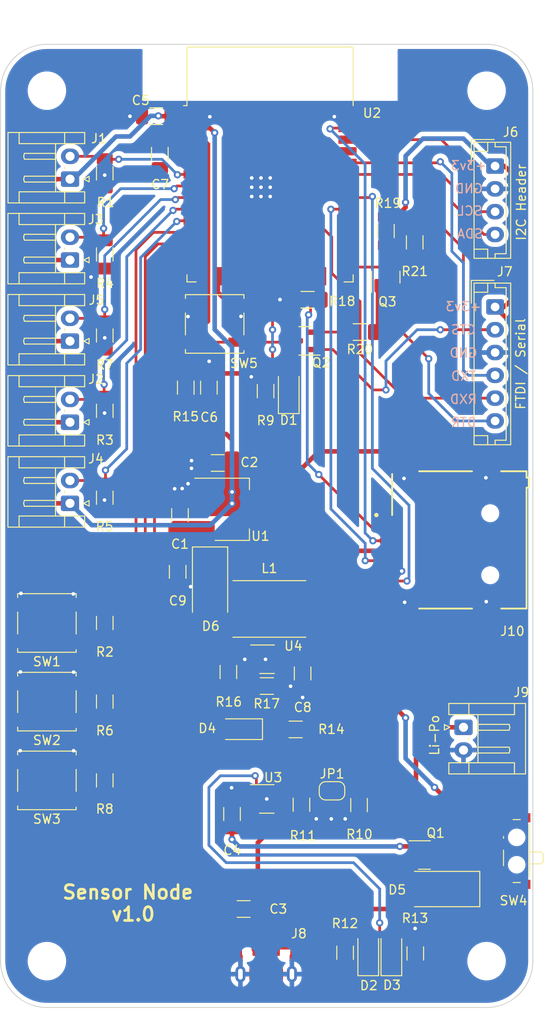
<source format=kicad_pcb>
(kicad_pcb (version 20211014) (generator pcbnew)
  (layers (0 "F.Cu" signal) (31 "B.Cu" power) (34 "B.Paste" user) (35 "F.Paste" user) (36 "B.SilkS" user "B.Silkscreen") (37 "F.SilkS" user "F.Silkscreen") (38 "B.Mask" user) (39 "F.Mask" user) (44 "Edge.Cuts" user))
  (net 0 "")
  (net 1 "VCC")
  (net 2 "+3V3")
  (net 3 "VBUS")
  (net 4 "VCCQ")
  (net 5 "EN")
  (net 6 "+5V")
  (net 7 "Net-(D1-Pad1)")
  (net 8 "LED")
  (net 9 "Net-(D2-Pad1)")
  (net 10 "STAT")
  (net 11 "Net-(D3-Pad1)")
  (net 12 "Net-(D4-Pad1)")
  (net 13 "+5VA")
  (net 14 "FS-1")
  (net 15 "FS-4")
  (net 16 "FS-2")
  (net 17 "FS-5")
  (net 18 "FS-3")
  (net 19 "SCL")
  (net 20 "SDA")
  (net 21 "CTS")
  (net 22 "TXD")
  (net 23 "RXD")
  (net 24 "DTR")
  (net 25 "Net-(JP1-Pad1)")
  (net 26 "Net-(JP1-Pad2)")
  (net 27 "Net-(Q2-Pad2)")
  (net 28 "Net-(Q3-Pad2)")
  (net 29 "IO0")
  (net 30 "SW_1")
  (net 31 "SW_2")
  (net 32 "SW_3")
  (net 33 "Net-(R16-Pad1)")
  (net 34 "Net-(R18-Pad2)")
  (net 45 "CS_SD")
  (net 50 "SCK")
  (net 51 "MISO")
  (net 53 "MOSI")
  (net 60 "/OUTPUT_buck")
  (net 61 "GND")
  (footprint "RF_Module:ESP32-WROOM-32" (layer "F.Cu") (at 105.14 55.365)
    (fp_text reference "U2")
    (fp_text value "ESP32-WROOM-32D")
  )
  (footprint "Button_Switch_SMD:SW_Push_1P1T_NO_CK_KSC7xxJ" (layer "F.Cu") (at 80.645 111.252)
    (fp_text reference "SW2")
    (fp_text value "SW_Push")
  )
  (footprint "Inductor_SMD:L_Taiyo-Yuden_NR-60xx_HandSoldering" (layer "F.Cu") (at 105.064848 101.092 180)
    (fp_text reference "L1")
    (fp_text value "4.7uH")
  )
  (footprint "Connector_JST:JST_EH_S2B-EH_1x02_P2.50mm_Horizontal" (layer "F.Cu") (at 83.1775 62.845 90)
    (fp_text reference "J3")
    (fp_text value "FS-1")
  )
  (footprint "Package_TO_SOT_SMD:SOT-23" (layer "F.Cu") (at 117.84 64.72 90)
    (fp_text reference "Q3")
    (fp_text value "Q_NMOS_DGS")
  )
  (footprint "Diode_SMD:D_2512_6332Metric_Pad1.52x3.35mm_HandSolder" (layer "F.Cu") (at 98.552 98.307115 -90)
    (fp_text reference "D6")
    (fp_text value "SS34")
  )
  (footprint "MEM2075-00-140-01-A:GCT_MEM2075-00-140-01-A" (layer "F.Cu") (at 129.308 94 90)
    (fp_text reference "J10")
    (fp_text value "Micro_SD_Card")
  )
  (footprint "Resistor_SMD:R_1206_3216Metric_Pad1.30x1.75mm_HandSolder" (layer "F.Cu") (at 113.376156 138.780251 90)
    (fp_text reference "R12")
    (fp_text value "470E")
  )
  (footprint "Resistor_SMD:R_1206_3216Metric_Pad1.30x1.75mm_HandSolder" (layer "F.Cu") (at 104.78443 109.545032 180)
    (fp_text reference "R17")
    (fp_text value "15K")
  )
  (footprint "Connector_JST:JST_EH_S2B-EH_1x02_P2.50mm_Horizontal" (layer "F.Cu") (at 83.1775 71.735 90)
    (fp_text reference "J5")
    (fp_text value "FS-1")
  )
  (footprint "Resistor_SMD:R_1206_3216Metric_Pad1.30x1.75mm_HandSolder" (layer "F.Cu") (at 121.081204 138.859758 90)
    (fp_text reference "R13")
    (fp_text value "470E")
  )
  (footprint "Diode_SMD:D_2512_6332Metric_Pad1.52x3.35mm_HandSolder" (layer "F.Cu") (at 124.149585 131.797543 180)
    (fp_text reference "D5")
    (fp_text value "SS34")
  )
  (footprint "Capacitor_SMD:C_1206_3216Metric_Pad1.33x1.80mm_HandSolder" (layer "F.Cu") (at 94.996 97.028 -90)
    (fp_text reference "C9")
    (fp_text value "22uF")
  )
  (footprint "Resistor_SMD:R_1206_3216Metric_Pad1.30x1.75mm_HandSolder" (layer "F.Cu") (at 86.995 62.23 -90)
    (fp_text reference "R4")
    (fp_text value "10K")
  )
  (footprint "Capacitor_SMD:C_1206_3216Metric_Pad1.33x1.80mm_HandSolder" (layer "F.Cu") (at 99.394007 85.09 180)
    (fp_text reference "C2")
    (fp_text value "100nF")
  )
  (footprint "Capacitor_SMD:C_1206_3216Metric_Pad1.33x1.80mm_HandSolder" (layer "F.Cu") (at 92.6482 47.076897 180)
    (fp_text reference "C5")
    (fp_text value "1uF")
  )
  (footprint "Resistor_SMD:R_1206_3216Metric_Pad1.30x1.75mm_HandSolder" (layer "F.Cu") (at 121.015 60.91 90)
    (fp_text reference "R21")
    (fp_text value "10K")
  )
  (footprint "Resistor_SMD:R_1206_3216Metric_Pad1.30x1.75mm_HandSolder" (layer "F.Cu") (at 86.995 53.34 -90)
    (fp_text reference "R1")
    (fp_text value "10K")
  )
  (footprint "Connector_JST:JST_EH_S2B-EH_1x02_P2.50mm_Horizontal" (layer "F.Cu") (at 83.185 53.975 90)
    (fp_text reference "J1")
    (fp_text value "FS-1")
  )
  (footprint "Capacitor_SMD:C_1206_3216Metric_Pad1.33x1.80mm_HandSolder" (layer "F.Cu") (at 100.965 123.571 90)
    (fp_text reference "C4")
    (fp_text value "10uF")
  )
  (footprint "MountingHole:MountingHole_3.2mm_M3" (layer "F.Cu") (at 128.905 139.7)
    (fp_text reference "H4")
    (fp_text value "MountingHole")
  )
  (footprint "Resistor_SMD:R_1206_3216Metric_Pad1.30x1.75mm_HandSolder" (layer "F.Cu") (at 86.995 79.375 -90)
    (fp_text reference "R3")
    (fp_text value "10K")
  )
  (footprint "Connector_JST:JST_EH_S2B-EH_1x02_P2.50mm_Horizontal" (layer "F.Cu") (at 83.1775 89.515 90)
    (fp_text reference "J4")
    (fp_text value "FS-1")
  )
  (footprint "Connector_JST:JST_EH_B4B-EH-A_1x04_P2.50mm_Vertical" (layer "F.Cu") (at 129.84 52.545 -90)
    (fp_text reference "J6")
    (fp_text value "Conn_01x04_Male")
  )
  (footprint "Resistor_SMD:R_1206_3216Metric_Pad1.30x1.75mm_HandSolder" (layer "F.Cu") (at 86.995 71.12 -90)
    (fp_text reference "R7")
    (fp_text value "10K")
  )
  (footprint "MountingHole:MountingHole_3.2mm_M3" (layer "F.Cu") (at 80.645 139.7)
    (fp_text reference "H3")
    (fp_text value "MountingHole")
  )
  (footprint "Package_TO_SOT_SMD:SOT-23" (layer "F.Cu") (at 108.95 71.705 180)
    (fp_text reference "Q2")
    (fp_text value "Q_NMOS_DGS")
  )
  (footprint "LED_SMD:LED_1206_3216Metric_Pad1.42x1.75mm_HandSolder" (layer "F.Cu") (at 118.456156 138.835424 90)
    (fp_text reference "D3")
    (fp_text value "GREEN LED")
  )
  (footprint "Package_TO_SOT_SMD:SOT-23" (layer "F.Cu") (at 122.082828 128.066219)
    (fp_text reference "Q1")
    (fp_text value "Q_PMOS_DGS")
  )
  (footprint "Button_Switch_SMD:SW_Push_1P1T_NO_CK_KSC7xxJ" (layer "F.Cu") (at 99.06 69.85)
    (fp_text reference "SW5")
    (fp_text value "SW_Push")
  )
  (footprint "MountingHole:MountingHole_3.2mm_M3" (layer "F.Cu") (at 80.645 44.28)
    (fp_text reference "H1")
    (fp_text value "MountingHole")
  )
  (footprint "Resistor_SMD:R_1206_3216Metric_Pad1.30x1.75mm_HandSolder" (layer "F.Cu") (at 107.95 114.3)
    (fp_text reference "R14")
    (fp_text value "10K")
  )
  (footprint "Resistor_SMD:R_1206_3216Metric_Pad1.30x1.75mm_HandSolder" (layer "F.Cu") (at 86.995 119.888 -90)
    (fp_text reference "R8")
    (fp_text value "10K")
  )
  (footprint "Button_Switch_SMD:SW_Push_1P1T_NO_CK_KSC7xxJ" (layer "F.Cu") (at 80.645 102.63)
    (fp_text reference "SW1")
    (fp_text value "SW_Push")
  )
  (footprint "Jumper:SolderJumper-2_P1.3mm_Open_RoundedPad1.0x1.5mm" (layer "F.Cu") (at 111.938856 121.029276 180)
    (fp_text reference "JP1")
    (fp_text value "SolderJumper_2_Open")
  )
  (footprint "Resistor_SMD:R_1206_3216Metric_Pad1.30x1.75mm_HandSolder" (layer "F.Cu") (at 104.648 77.216 90)
    (fp_text reference "R9")
    (fp_text value "470E")
  )
  (footprint "Capacitor_SMD:C_1206_3216Metric_Pad1.33x1.80mm_HandSolder" (layer "F.Cu") (at 102.235 133.985 180)
    (fp_text reference "C3")
    (fp_text value "10uF")
  )
  (footprint "MountingHole:MountingHole_3.2mm_M3" (layer "F.Cu") (at 128.905 44.28)
    (fp_text reference "H2")
    (fp_text value "MountingHole")
  )
  (footprint "Resistor_SMD:R_1206_3216Metric_Pad1.30x1.75mm_HandSolder" (layer "F.Cu") (at 108.585 122.555 90)
    (fp_text reference "R11")
    (fp_text value "10K")
  )
  (footprint "Button_Switch_SMD:SW_Push_1P1T_NO_CK_KSC7xxJ" (layer "F.Cu") (at 80.645 119.888)
    (fp_text reference "SW3")
    (fp_text value "SW_Push")
  )
  (footprint "Package_TO_SOT_SMD:SOT-23-6" (layer "F.Cu") (at 104.812869 106.607189)
    (fp_text reference "U4")
    (fp_text value "MT3608")
  )
  (footprint "Capacitor_SMD:C_1206_3216Metric_Pad1.33x1.80mm_HandSolder" (layer "F.Cu") (at 93.040149 51.206259 -90)
    (fp_text reference "C7")
    (fp_text value "100nF")
  )
  (footprint "Package_TO_SOT_SMD:SOT-23-5" (layer "F.Cu") (at 104.775 121.92)
    (fp_text reference "U3")
    (fp_text value "MCP73831-2-OT")
  )
  (footprint "Button_Switch_SMD:SW_SPDT_PCM12" (layer "F.Cu") (at 131.883829 127.635 90)
    (fp_text reference "SW4")
    (fp_text value "SW_DPDT_x2")
  )
  (footprint "Resistor_SMD:R_1206_3216Metric_Pad1.30x1.75mm_HandSolder" (layer "F.Cu") (at 117.852898 59.671105 90)
    (fp_text reference "R19")
    (fp_text value "5k")
  )
  (footprint "Resistor_SMD:R_1206_3216Metric_Pad1.30x1.75mm_HandSolder" (layer "F.Cu") (at 114.906211 122.59335 90)
    (fp_text reference "R10")
    (fp_text value "2.5K")
  )
  (footprint "Connector_JST:JST_EH_B6B-EH-A_1x06_P2.50mm_Vertical" (layer "F.Cu") (at 129.84 67.985 -90)
    (fp_text reference "J7")
    (fp_text value "Conn_01x06_Male")
  )
  (footprint "MicroUSB:MUP-U513 - 5 Pin Micro USB Female Connector" (layer "F.Cu") (at 104.711436 141.124761)
    (fp_text reference "J8")
    (fp_text value "USB_B_Micro")
  )
  (footprint "Resistor_SMD:R_1206_3216Metric_Pad1.30x1.75mm_HandSolder" (layer "F.Cu") (at 95.885 76.835 -90)
    (fp_text reference "R15")
    (fp_text value "10K")
  )
  (footprint "Resistor_SMD:R_1206_3216Metric_Pad1.30x1.75mm_HandSolder" (layer "F.Cu") (at 114.98594 70.741007)
    (fp_text reference "R20")
    (fp_text value "10K")
  )
  (footprint "Connector_JST:JST_EH_S2B-EH_1x02_P2.50mm_Horizontal" (layer "F.Cu") (at 83.1775 80.625 90)
    (fp_text reference "J2")
    (fp_text value "FS-1")
  )
  (footprint "Resistor_SMD:R_1206_3216Metric_Pad1.30x1.75mm_HandSolder" (layer "F.Cu") (at 86.995 102.63 -90)
    (fp_text reference "R2")
    (fp_text value "10K")
  )
  (footprint "LED_SMD:LED_1206_3216Metric_Pad1.42x1.75mm_HandSolder" (layer "F.Cu") (at 101.847757 114.272592 180)
    (fp_text reference "D4")
    (fp_text value "RED LED")
  )
  (footprint "Connector_JST:JST_EH_S2B-EH_1x02_P2.50mm_Horizontal" (layer "F.Cu") (at 126.3725 114.066 -90)
    (fp_text reference "J9")
    (fp_text value "Conn_01x02_Male")
  )
  (footprint "Resistor_SMD:R_1206_3216Metric_Pad1.30x1.75mm_HandSolder" (layer "F.Cu") (at 100.563943 108.006537 90)
    (fp_text reference "R16")
    (fp_text value "110K")
  )
  (footprint "Capacitor_SMD:C_1206_3216Metric_Pad1.33x1.80mm_HandSolder" (layer "F.Cu") (at 108.712 108.163473 -90)
    (fp_text reference "C8")
    (fp_text value "22uF")
  )
  (footprint "Package_TO_SOT_SMD:SOT-223-3_TabPin2" (layer "F.Cu") (at 100.965 90.17)
    (fp_text reference "U1")
    (fp_text value "AMS1117")
  )
  (footprint "Resistor_SMD:R_1206_3216Metric_Pad1.30x1.75mm_HandSolder" (layer "F.Cu") (at 86.995 111.252 -90)
    (fp_text reference "R6")
    (fp_text value "10K")
  )
  (footprint "LED_SMD:LED_1206_3216Metric_Pad1.42x1.75mm_HandSolder" (layer "F.Cu") (at 115.916156 138.835424 90)
    (fp_text reference "D2")
    (fp_text value "RED LED")
  )
  (footprint "Resistor_SMD:R_1206_3216Metric_Pad1.30x1.75mm_HandSolder" (layer "F.Cu") (at 109.25599 67.200319)
    (fp_text reference "R18")
    (fp_text value "5k")
  )
  (footprint "Capacitor_SMD:C_1206_3216Metric_Pad1.33x1.80mm_HandSolder" (layer "F.Cu") (at 95.25 90.805 90)
    (fp_text reference "C1")
    (fp_text value "1uF")
  )
  (footprint "LED_SMD:LED_1206_3216Metric_Pad1.42x1.75mm_HandSolder" (layer "F.Cu") (at 107.188 77.216 90)
    (fp_text reference "D1")
    (fp_text value "LED")
  )
  (footprint "Resistor_SMD:R_1206_3216Metric_Pad1.30x1.75mm_HandSolder" (layer "F.Cu") (at 86.995 88.9 -90)
    (fp_text reference "R5")
    (fp_text value "10K")
  )
  (footprint "Capacitor_SMD:C_1206_3216Metric_Pad1.33x1.80mm_HandSolder" (layer "F.Cu") (at 98.425 76.835 -90)
    (fp_text reference "C6")
    (fp_text value "1nF")
  )
  (gr_line (start 128.905 144.78) (end 80.645 144.78) (layer "Edge.Cuts") (width 0.1))
  (gr_arc (start 128.905 39.2) (mid 132.497102 40.687898) (end 133.985 44.28) (layer "Edge.Cuts") (width 0.1))
  (gr_line (start 128.905 39.2) (end 80.645 39.2) (layer "Edge.Cuts") (width 0.1))
  (gr_arc (start 75.565 44.28) (mid 77.052898 40.687898) (end 80.645 39.2) (layer "Edge.Cuts") (width 0.1))
  (gr_line (start 133.985 44.28) (end 133.985 139.7) (layer "Edge.Cuts") (width 0.1))
  (gr_arc (start 80.645 144.78) (mid 77.052898 143.292102) (end 75.565 139.7) (layer "Edge.Cuts") (width 0.1))
  (gr_line (start 75.565 44.28) (end 75.565 139.7) (layer "Edge.Cuts") (width 0.1))
  (gr_arc (start 133.985 139.7) (mid 132.497102 143.292102) (end 128.905 144.78) (layer "Edge.Cuts") (width 0.1))
  (gr_text "CTS" (at 126.365 70.485) (layer "B.SilkS") (effects (font (size 1 1)) (justify mirror)))
  (gr_text "TXD" (at 126.365 75.565) (layer "B.SilkS") (effects (font (size 1 1)) (justify mirror)))
  (gr_text "GND" (at 126.970547 55.012926) (layer "B.SilkS") (effects (font (size 1 1)) (justify mirror)))
  (gr_text "GND" (at 126.365 73.025) (layer "B.SilkS") (effects (font (size 1 1)) (justify mirror)))
  (gr_text "SDA" (at 127.082085 59.97157) (layer "B.SilkS") (effects (font (size 1 1)) (justify mirror)))
  (gr_text "+3v3" (at 126.365 67.945) (layer "B.SilkS") (effects (font (size 1 1)) (justify mirror)))
  (gr_text "RXD" (at 126.365 78.105) (layer "B.SilkS") (effects (font (size 1 1)) (justify mirror)))
  (gr_text "+3v3" (at 126.941095 52.484106) (layer "B.SilkS") (effects (font (size 1 1)) (justify mirror)))
  (gr_text "DTR" (at 126.365 80.645) (layer "B.SilkS") (effects (font (size 1 1)) (justify mirror)))
  (gr_text "SCL" (at 127.052633 57.458297) (layer "B.SilkS") (effects (font (size 1 1)) (justify mirror)))
  (gr_text "Sensor Node\n v1.0" (at 89.535 133.35) (layer "F.SilkS") (effects (font (size 1.5 1.5) (thickness 0.3))))
  (gr_text "Li-Po" (at 123.19 114.935 90) (layer "F.SilkS") (effects (font (size 1 1))))
  (gr_text "I2C Header" (at 132.715 56.515 90) (layer "F.SilkS") (effects (font (size 1 1))))
  (gr_text "FTDI / Serial" (at 132.643277 74.235 90) (layer "F.SilkS") (effects (font (size 1 1))))
  (segment (start 94.996 95.4655) (end 93.596 96.8655) (width 0.5) (layer "F.Cu") (net 1))
  (segment (start 98.013463 106.456537) (end 98.013463 113.253463) (width 0.5) (layer "F.Cu") (net 1))
  (segment (start 93.596 103.121) (end 96.931537 106.456537) (width 0.5) (layer "F.Cu") (net 1))
  (segment (start 98.013463 106.456537) (end 100.563943 106.456537) (width 0.5) (layer "F.Cu") (net 1))
  (segment (start 98.013463 113.253463) (end 99.06 114.3) (width 0.5) (layer "F.Cu") (net 1))
  (segment (start 93.596 96.8655) (end 93.596 103.121) (width 0.5) (layer "F.Cu") (net 1))
  (segment (start 99.06 114.3) (end 100.332849 114.3) (width 0.5) (layer "F.Cu") (net 1))
  (segment (start 100.332849 114.3) (end 100.360257 114.272592) (width 0.5) (layer "F.Cu") (net 1))
  (segment (start 96.931537 106.456537) (end 98.013463 106.456537) (width 0.5) (layer "F.Cu") (net 1))
  (segment (start 80.772 54.864) (end 80.772 62.484) (width 0.5) (layer "F.Cu") (net 2))
  (segment (start 132.08 66.747129) (end 130.842129 67.985) (width 0.5) (layer "F.Cu") (net 2))
  (segment (start 80.879 71.735) (end 80.772 71.628) (width 0.5) (layer "F.Cu") (net 2))
  (segment (start 130.81 83.82) (end 110.49 83.82) (width 0.5) (layer "F.Cu") (net 2))
  (segment (start 120.015 56.515) (end 120.015 57.07814) (width 0.5) (layer "F.Cu") (net 2))
  (segment (start 80.772 80.264) (end 80.772 88.9) (width 0.5) (layer "F.Cu") (net 2))
  (segment (start 85.459 102.616) (end 80.772 102.616) (width 0.5) (layer "F.Cu") (net 2))
  (segment (start 113.77 94.72) (end 109.22 90.17) (width 0.5) (layer "F.Cu") (net 2))
  (segment (start 86.995 101.08) (end 85.459 102.616) (width 0.5) (layer "F.Cu") (net 2))
  (segment (start 95.513803 48.38) (end 94.2107 47.076897) (width 0.5) (layer "F.Cu") (net 2))
  (segment (start 132.715 70.86) (end 132.715 81.915) (width 0.5) (layer "F.Cu") (net 2))
  (segment (start 132.08 53.747701) (end 132.08 66.747129) (width 0.5) (layer "F.Cu") (net 2))
  (segment (start 81.788 119.888) (end 85.445 119.888) (width 0.5) (layer "F.Cu") (net 2))
  (segment (start 94.2107 47.076897) (end 92.91239 47.076897) (width 0.5) (layer "F.Cu") (net 2))
  (segment (start 80.772 88.9) (end 81.387 89.515) (width 0.5) (layer "F.Cu") (net 2))
  (segment (start 80.772 110.744) (end 80.772 118.872) (width 0.5) (layer "F.Cu") (net 2))
  (segment (start 107.315 90.17) (end 104.115 90.17) (width 0.5) (layer "F.Cu") (net 2))
  (segment (start 110.49 83.82) (end 107.315 86.995) (width 0.5) (layer "F.Cu") (net 2))
  (segment (start 80.772 102.616) (end 80.772 110.744) (width 0.5) (layer "F.Cu") (net 2))
  (segment (start 117.888 94.72) (end 113.77 94.72) (width 0.5) (layer "F.Cu") (net 2))
  (segment (start 86.995 109.702) (end 85.953 110.744) (width 0.5) (layer "F.Cu") (net 2))
  (segment (start 80.772 62.484) (end 80.772 71.628) (width 0.5) (layer "F.Cu") (net 2))
  (segment (start 96.64 48.38) (end 98.545 48.38) (width 0.5) (layer "F.Cu") (net 2))
  (segment (start 95.885 80.01) (end 97.79 81.915) (width 0.5) (layer "F.Cu") (net 2))
  (segment (start 100.33 81.915) (end 100.965 82.55) (width 0.5) (layer "F.Cu") (net 2))
  (segment (start 107.315 86.995) (end 107.315 90.17) (width 0.5) (layer "F.Cu") (net 2))
  (segment (start 81.661 53.975) (end 80.772 54.864) (width 0.5) (layer "F.Cu") (net 2))
  (segment (start 100.956507 82.558493) (end 100.965 82.55) (width 0.5) (layer "F.Cu") (net 2))
  (segment (start 109.22 90.17) (end 107.315 90.17) (width 0.5) (layer "F.Cu") (net 2))
  (segment (start 83.185 53.975) (end 81.661 53.975) (width 0.5) (layer "F.Cu") (net 2))
  (segment (start 83.1775 71.735) (end 80.879 71.735) (width 0.5) (layer "F.Cu") (net 2))
  (segment (start 98.545 48.38) (end 99.06 48.895) (width 0.5) (layer "F.Cu") (net 2))
  (segment (start 80.772 88.9) (end 80.772 102.616) (width 0.5) (layer "F.Cu") (net 2))
  (segment (start 100.956507 85.09) (end 100.956507 82.558493) (width 0.5) (layer "F.Cu") (net 2))
  (segment (start 80.772 118.872) (end 81.788 119.888) (width 0.5) (layer "F.Cu") (net 2))
  (segment (start 81.133 62.845) (end 80.772 62.484) (width 0.5) (layer "F.Cu") (net 2))
  (segment (start 96.64 48.38) (end 95.513803 48.38) (width 0.5) (layer "F.Cu") (net 2))
  (segment (start 95.885 78.385) (end 95.885 80.01) (width 0.5) (layer "F.Cu") (net 2))
  (segment (start 81.133 80.625) (end 80.772 80.264) (width 0.5) (layer "F.Cu") (net 2))
  (segment (start 118.972035 58.121105) (end 117.852898 58.121105) (width 0.5) (layer "F.Cu") (net 2))
  (segment (start 130.842129 67.985) (end 129.84 67.985) (width 0.5) (layer "F.Cu") (net 2))
  (segment (start 132.715 81.915) (end 130.81 83.82) (width 0.5) (layer "F.Cu") (net 2))
  (segment (start 83.1775 62.845) (end 81.133 62.845) (width 0.5) (layer "F.Cu") (net 2))
  (segment (start 130.877299 52.545) (end 132.08 53.747701) (width 0.5) (layer "F.Cu") (net 2))
  (segment (start 120.015 57.07814) (end 118.972035 58.121105) (width 0.5) (layer "F.Cu") (net 2))
  (segment (start 129.84 52.545) (end 130.877299 52.545) (width 0.5) (layer "F.Cu") (net 2))
  (segment (start 85.445 119.888) (end 86.995 118.338) (width 0.5) (layer "F.Cu") (net 2))
  (segment (start 129.84 67.985) (end 132.715 70.86) (width 0.5) (layer "F.Cu") (net 2))
  (segment (start 81.387 89.515) (end 83.1775 89.515) (width 0.5) (layer "F.Cu") (net 2))
  (segment (start 80.772 71.628) (end 80.772 80.264) (width 0.5) (layer "F.Cu") (net 2))
  (segment (start 97.79 81.915) (end 100.33 81.915) (width 0.5) (layer "F.Cu") (net 2))
  (segment (start 92.91239 47.076897) (end 92.87499 47.039497) (width 0.5) (layer "F.Cu") (net 2))
  (segment (start 83.1775 80.625) (end 81.133 80.625) (width 0.5) (layer "F.Cu") (net 2))
  (segment (start 85.953 110.744) (end 80.772 110.744) (width 0.5) (layer "F.Cu") (net 2))
  (via (at 120.015 56.515) (size 0.8) (drill 0.4) (layers "F.Cu" "B.Cu") (net 2))
  (via (at 100.965 89.535) (size 0.8) (drill 0.4) (layers "F.Cu" "B.Cu") (net 2))
  (via (at 100.965 88.265) (size 0.8) (drill 0.4) (layers "F.Cu" "B.Cu") (net 2))
  (via (at 99.06 48.895) (size 0.8) (drill 0.4) (layers "F.Cu" "B.Cu") (net 2))
  (via (at 92.87499 47.039497) (size 0.8) (drill 0.4) (layers "F.Cu" "B.Cu") (net 2))
  (segment (start 99.06 48.895) (end 99.06 70.4668) (width 0.5) (layer "B.Cu") (net 2))
  (segment (start 100.965 72.3718) (end 100.965 88.265) (width 0.5) (layer "B.Cu") (net 2))
  (segment (start 121.92 49.53) (end 120.015 51.435) (width 0.5) (layer "B.Cu") (net 2))
  (segment (start 129.84 52.545) (end 129.38 52.545) (width 0.5) (layer "B.Cu") (net 2))
  (segment (start 83.563247 53.975) (end 83.185 53.975) (width 0.5) (layer "B.Cu") (net 2))
  (segment (start 120.015 51.435) (end 120.015 56.515) (width 0.5) (layer "B.Cu") (net 2))
  (segment (start 92.025503 47.039497) (end 89.766938 49.298062) (width 0.5) (layer "B.Cu") (net 2))
  (segment (start 92.87499 47.039497) (end 92.025503 47.039497) (width 0.5) (layer "B.Cu") (net 2))
  (segment (start 98.590263 91.909737) (end 85.572237 91.909737) (width 0.5) (layer "B.Cu") (net 2))
  (segment (start 100.965 89.535) (end 100.965 88.265) (width 0.5) (layer "B.Cu") (net 2))
  (segment (start 126.365 49.53) (end 121.92 49.53) (width 0.5) (layer "B.Cu") (net 2))
  (segment (start 85.572237 91.909737) (end 83.1775 89.515) (width 0.5) (layer "B.Cu") (net 2))
  (segment (start 89.766938 49.298062) (end 88.240185 49.298062) (width 0.5) (layer "B.Cu") (net 2))
  (segment (start 129.38 52.545) (end 126.365 49.53) (width 0.5) (layer "B.Cu") (net 2))
  (segment (start 88.240185 49.298062) (end 83.563247 53.975) (width 0.5) (layer "B.Cu") (net 2))
  (segment (start 100.965 89.535) (end 98.590263 91.909737) (width 0.5) (layer "B.Cu") (net 2))
  (segment (start 99.06 70.4668) (end 100.965 72.3718) (width 0.5) (layer "B.Cu") (net 2))
  (segment (start 110.49 133.985) (end 103.7975 133.985) (width 0.5) (layer "F.Cu") (net 3))
  (segment (start 103.7975 126.7075) (end 106.045 124.46) (width 0.5) (layer "F.Cu") (net 3))
  (segment (start 121.154463 131.789921) (end 121.162085 131.797543) (width 0.5) (layer "F.Cu") (net 3))
  (segment (start 113.376156 135.601156) (end 111.76 133.985) (width 0.5) (layer "F.Cu") (net 3))
  (segment (start 121.154463 129.204728) (end 121.154463 131.789921) (width 0.5) (layer "F.Cu") (net 3))
  (segment (start 113.376156 137.230251) (end 113.376156 135.601156) (width 0.5) (layer "F.Cu") (net 3))
  (segment (start 110.49 133.985) (end 118.974628 133.985) (width 0.5) (layer "F.Cu") (net 3))
  (segment (start 111.76 133.985) (end 110.49 133.985) (width 0.5) (layer "F.Cu") (net 3))
  (segment (start 103.7975 136.2325) (end 103.361436 136.668564) (width 0.5) (layer "F.Cu") (net 3))
  (segment (start 118.974628 133.985) (end 121.162085 131.797543) (width 0.5) (layer "F.Cu") (net 3))
  (segment (start 103.7975 133.985) (end 103.7975 136.2325) (width 0.5) (layer "F.Cu") (net 3))
  (segment (start 106.045 124.46) (end 106.045 123.0025) (width 0.5) (layer "F.Cu") (net 3))
  (segment (start 103.361436 136.668564) (end 103.361436 138.449761) (width 0.5) (layer "F.Cu") (net 3))
  (segment (start 106.045 123.0025) (end 105.9125 122.87) (width 0.5) (layer "F.Cu") (net 3))
  (segment (start 103.7975 133.985) (end 103.7975 126.7075) (width 0.5) (layer "F.Cu") (net 3))
  (segment (start 103.6375 122.87) (end 103.6375 124.3275) (width 0.5) (layer "F.Cu") (net 4))
  (segment (start 121.137805 127.123742) (end 121.154463 127.107084) (width 0.5) (layer "F.Cu") (net 4))
  (segment (start 121.154463 116.335537) (end 123.424 114.066) (width 0.5) (layer "F.Cu") (net 4))
  (segment (start 100.965 125.1335) (end 100.965 126.365) (width 0.5) (layer "F.Cu") (net 4))
  (segment (start 123.424 114.066) (end 126.3725 114.066) (width 0.5) (layer "F.Cu") (net 4))
  (segment (start 121.154463 127.107084) (end 121.154463 116.335537) (width 0.5) (layer "F.Cu") (net 4))
  (segment (start 103.6375 124.3275) (end 102.8315 125.1335) (width 0.5) (layer "F.Cu") (net 4))
  (segment (start 119.383022 127.123742) (end 121.137805 127.123742) (width 0.5) (layer "F.Cu") (net 4))
  (segment (start 102.8315 125.1335) (end 100.965 125.1335) (width 0.5) (layer "F.Cu") (net 4))
  (via (at 119.383022 127.123742) (size 0.8) (drill 0.4) (layers "F.Cu" "B.Cu") (net 4))
  (via (at 100.965 126.365) (size 0.8) (drill 0.4) (layers "F.Cu" "B.Cu") (net 4))
  (segment (start 101.726945 127.126945) (end 100.965 126.365) (width 0.5) (layer "B.Cu") (net 4))
  (segment (start 119.383022 127.123742) (end 119.379819 127.126945) (width 0.5) (layer "B.Cu") (net 4))
  (segment (start 119.379819 127.126945) (end 101.726945 127.126945) (width 0.5) (layer "B.Cu") (net 4))
  (segment (start 97.94 49.65) (end 98.425 50.135) (width 0.3) (layer "F.Cu") (net 5))
  (segment (start 96.64 49.65) (end 93.04639 49.65) (width 0.3) (layer "F.Cu") (net 5))
  (segment (start 101.96 71.85) (end 96.16 71.85) (width 0.3) (layer "F.Cu") (net 5))
  (segment (start 95.885 75.8575) (end 98.425 78.3975) (width 0.3) (layer "F.Cu") (net 5))
  (segment (start 98.425 50.135) (end 98.425 69.585) (width 0.3) (layer "F.Cu") (net 5))
  (segment (start 107.8675 71.85) (end 101.96 71.85) (width 0.3) (layer "F.Cu") (net 5))
  (segment (start 108.0125 71.705) (end 107.8675 71.85) (width 0.3) (layer "F.Cu") (net 5))
  (segment (start 93.04639 49.65) (end 93.040149 49.643759) (width 0.3) (layer "F.Cu") (net 5))
  (segment (start 96.16 75.01) (end 95.885 75.285) (width 0.3) (layer "F.Cu") (net 5))
  (segment (start 96.16 71.85) (end 96.16 75.01) (width 0.3) (layer "F.Cu") (net 5))
  (segment (start 95.885 75.285) (end 95.885 75.8575) (width 0.3) (layer "F.Cu") (net 5))
  (segment (start 98.425 69.585) (end 96.16 71.85) (width 0.3) (layer "F.Cu") (net 5))
  (segment (start 96.64 49.65) (end 97.94 49.65) (width 0.3) (layer "F.Cu") (net 5))
  (segment (start 105.950369 107.557189) (end 105.950369 106.607189) (width 0.5) (layer "F.Cu") (net 6))
  (segment (start 130.453829 126.885) (end 129.425 126.885) (width 0.5) (layer "F.Cu") (net 6))
  (segment (start 105.950369 106.607189) (end 108.705784 106.607189) (width 0.5) (layer "F.Cu") (net 6))
  (segment (start 129.425 126.885) (end 123.19 120.65) (width 0.5) (layer "F.Cu") (net 6))
  (segment (start 108.705784 106.607189) (end 108.712 106.600973) (width 0.5) (layer "F.Cu") (net 6))
  (segment (start 113.585973 106.600973) (end 108.712 106.600973) (width 0.5) (layer "F.Cu") (net 6))
  (segment (start 120.015 113.03) (end 113.585973 106.600973) (width 0.5) (layer "F.Cu") (net 6))
  (via (at 120.015 113.03) (size 0.8) (drill 0.4) (layers "F.Cu" "B.Cu") (net 6))
  (via (at 123.19 120.65) (size 0.8) (drill 0.4) (layers "F.Cu" "B.Cu") (net 6))
  (segment (start 120.015 117.475) (end 120.015 113.03) (width 0.5) (layer "B.Cu") (net 6))
  (segment (start 123.19 120.65) (end 120.015 117.475) (width 0.5) (layer "B.Cu") (net 6))
  (segment (start 104.7105 78.7035) (end 104.648 78.766) (width 0.3) (layer "F.Cu") (net 7))
  (segment (start 107.188 78.7035) (end 104.7105 78.7035) (width 0.3) (layer "F.Cu") (net 7))
  (segment (start 101.6 66.675) (end 103.505 66.675) (width 0.3) (layer "F.Cu") (net 8))
  (segment (start 100.695 64.62) (end 100.695 65.77) (width 0.3) (layer "F.Cu") (net 8))
  (segment (start 103.505 66.675) (end 105.41 68.58) (width 0.3) (layer "F.Cu") (net 8))
  (segment (start 105.41 73.66) (end 107.188 75.438) (width 0.3) (layer "F.Cu") (net 8))
  (segment (start 105.41 68.58) (end 105.41 70.485) (width 0.3) (layer "F.Cu") (net 8))
  (segment (start 107.188 75.438) (end 107.188 75.7285) (width 0.3) (layer "F.Cu") (net 8))
  (segment (start 105.41 72.6495) (end 105.41 73.66) (width 0.3) (layer "F.Cu") (net 8))
  (segment (start 100.695 65.77) (end 101.6 66.675) (width 0.3) (layer "F.Cu") (net 8))
  (via (at 105.41 72.6495) (size 0.8) (drill 0.4) (layers "F.Cu" "B.Cu") (net 8))
  (via (at 105.41 70.485) (size 0.8) (drill 0.4) (layers "F.Cu" "B.Cu") (net 8))
  (segment (start 105.41 70.485) (end 105.41 72.6495) (width 0.3) (layer "B.Cu") (net 8))
  (segment (start 115.908829 140.330251) (end 115.916156 140.322924) (width 0.3) (layer "F.Cu") (net 9))
  (segment (start 113.376156 140.330251) (end 115.908829 140.330251) (width 0.3) (layer "F.Cu") (net 9))
  (segment (start 118.456156 137.347924) (end 117.027924 137.347924) (width 0.3) (layer "F.Cu") (net 10))
  (segment (start 103.6375 120.97) (end 103.6375 119.5125) (width 0.3) (layer "F.Cu") (net 10))
  (segment (start 117.027924 137.347924) (end 115.916156 137.347924) (width 0.3) (layer "F.Cu") (net 10))
  (segment (start 117.172155 135.498661) (end 117.172155 137.203693) (width 0.3) (layer "F.Cu") (net 10))
  (segment (start 103.6375 119.5125) (end 103.505 119.38) (width 0.3) (layer "F.Cu") (net 10))
  (segment (start 117.172155 137.203693) (end 117.027924 137.347924) (width 0.3) (layer "F.Cu") (net 10))
  (via (at 117.172155 135.498661) (size 0.8) (drill 0.4) (layers "F.Cu" "B.Cu") (net 10))
  (via (at 103.505 119.38) (size 0.8) (drill 0.4) (layers "F.Cu" "B.Cu") (net 10))
  (segment (start 99.695 119.38) (end 98.425 120.65) (width 0.3) (layer "B.Cu") (net 10))
  (segment (start 98.425 120.65) (end 98.425 127) (width 0.3) (layer "B.Cu") (net 10))
  (segment (start 98.425 127) (end 99.06 127.635) (width 0.3) (layer "B.Cu") (net 10))
  (segment (start 103.505 119.38) (end 99.695 119.38) (width 0.3) (layer "B.Cu") (net 10))
  (segment (start 100.33 128.905) (end 114.3 128.905) (width 0.3) (layer "B.Cu") (net 10))
  (segment (start 99.06 127.635) (end 100.33 128.905) (width 0.3) (layer "B.Cu") (net 10))
  (segment (start 114.3 128.905) (end 117.172155 131.777155) (width 0.3) (layer "B.Cu") (net 10))
  (segment (start 117.172155 131.777155) (end 117.172155 135.498661) (width 0.3) (layer "B.Cu") (net 10))
  (segment (start 120.99437 140.322924) (end 121.081204 140.409758) (width 0.3) (layer "F.Cu") (net 11))
  (segment (start 118.456156 140.322924) (end 120.99437 140.322924) (width 0.3) (layer "F.Cu") (net 11))
  (segment (start 103.335257 114.272592) (end 106.372592 114.272592) (width 0.5) (layer "F.Cu") (net 12))
  (segment (start 106.372592 114.272592) (end 106.4 114.3) (width 0.5) (layer "F.Cu") (net 12))
  (segment (start 127.137085 129.677085) (end 127.137085 131.797543) (width 0.5) (layer "F.Cu") (net 13))
  (segment (start 123.020328 128.066219) (end 125.526219 128.066219) (width 0.5) (layer "F.Cu") (net 13))
  (segment (start 130.453829 129.885) (end 129.049628 129.885) (width 0.5) (layer "F.Cu") (net 13))
  (segment (start 129.049628 129.885) (end 127.137085 131.797543) (width 0.5) (layer "F.Cu") (net 13))
  (segment (start 125.526219 128.066219) (end 127.137085 129.677085) (width 0.5) (layer "F.Cu") (net 13))
  (segment (start 87.006562 51.801562) (end 86.995 51.79) (width 0.3) (layer "F.Cu") (net 14))
  (segment (start 86.68 51.475) (end 86.995 51.79) (width 0.3) (layer "F.Cu") (net 14))
  (segment (start 88.52482 51.801562) (end 87.006562 51.801562) (width 0.3) (layer "F.Cu") (net 14))
  (segment (start 95.005933 53.46) (end 94.970013 53.49592) (width 0.3) (layer "F.Cu") (net 14))
  (segment (start 96.64 53.46) (end 95.005933 53.46) (width 0.3) (layer "F.Cu") (net 14))
  (segment (start 83.185 51.475) (end 86.68 51.475) (width 0.3) (layer "F.Cu") (net 14))
  (via (at 94.970013 53.49592) (size 0.8) (drill 0.4) (layers "F.Cu" "B.Cu") (net 14))
  (via (at 88.52482 51.801562) (size 0.8) (drill 0.4) (layers "F.Cu" "B.Cu") (net 14))
  (segment (start 93.275655 51.801562) (end 88.52482 51.801562) (width 0.3) (layer "B.Cu") (net 14))
  (segment (start 94.970013 53.49592) (end 93.275655 51.801562) (width 0.3) (layer "B.Cu") (net 14))
  (segment (start 86.695 78.125) (end 86.995 77.825) (width 0.3) (layer "F.Cu") (net 15))
  (segment (start 86.92647 77.75647) (end 86.995 77.825) (width 0.3) (layer "F.Cu") (net 15))
  (segment (start 94.488 57.404) (end 94.622 57.27) (width 0.3) (layer "F.Cu") (net 15))
  (segment (start 94.622 57.27) (end 96.64 57.27) (width 0.3) (layer "F.Cu") (net 15))
  (segment (start 86.92647 76.483135) (end 86.92647 77.75647) (width 0.3) (layer "F.Cu") (net 15))
  (segment (start 83.1775 78.125) (end 86.695 78.125) (width 0.3) (layer "F.Cu") (net 15))
  (via (at 86.92647 76.483135) (size 0.8) (drill 0.4) (layers "F.Cu" "B.Cu") (net 15))
  (via (at 94.488 57.404) (size 0.8) (drill 0.4) (layers "F.Cu" "B.Cu") (net 15))
  (segment (start 94.488 57.404) (end 89.408 62.484) (width 0.3) (layer "B.Cu") (net 15))
  (segment (start 89.408 62.484) (end 89.408 71.628) (width 0.3) (layer "B.Cu") (net 15))
  (segment (start 89.408 71.628) (end 86.868 74.168) (width 0.3) (layer "B.Cu") (net 15))
  (segment (start 86.868 74.168) (end 86.868 76.424665) (width 0.3) (layer "B.Cu") (net 15))
  (segment (start 86.868 76.424665) (end 86.92647 76.483135) (width 0.3) (layer "B.Cu") (net 15))
  (segment (start 83.1775 60.345) (end 86.66 60.345) (width 0.3) (layer "F.Cu") (net 16))
  (segment (start 86.869259 60.554259) (end 86.995 60.68) (width 0.3) (layer "F.Cu") (net 16))
  (segment (start 86.66 60.345) (end 86.995 60.68) (width 0.3) (layer "F.Cu") (net 16))
  (segment (start 94.905388 54.73) (end 94.613038 55.02235) (width 0.3) (layer "F.Cu") (net 16))
  (segment (start 86.869259 59.380955) (end 86.869259 60.554259) (width 0.3) (layer "F.Cu") (net 16))
  (segment (start 96.64 54.73) (end 94.905388 54.73) (width 0.3) (layer "F.Cu") (net 16))
  (via (at 94.613038 55.02235) (size 0.8) (drill 0.4) (layers "F.Cu" "B.Cu") (net 16))
  (via (at 86.869259 59.380955) (size 0.8) (drill 0.4) (layers "F.Cu" "B.Cu") (net 16))
  (segment (start 86.868 59.379696) (end 86.869259 59.380955) (width 0.3) (layer "B.Cu") (net 16))
  (segment (start 94.613038 55.02235) (end 88.74165 55.02235) (width 0.3) (layer "B.Cu") (net 16))
  (segment (start 86.868 56.896) (end 86.868 59.379696) (width 0.3) (layer "B.Cu") (net 16))
  (segment (start 88.74165 55.02235) (end 86.868 56.896) (width 0.3) (layer "B.Cu") (net 16))
  (segment (start 96.64 58.54) (end 94.973603 58.54) (width 0.3) (layer "F.Cu") (net 17))
  (segment (start 86.66 87.015) (end 86.995 87.35) (width 0.3) (layer "F.Cu") (net 17))
  (segment (start 87.075164 87.269836) (end 86.995 87.35) (width 0.3) (layer "F.Cu") (net 17))
  (segment (start 94.973603 58.54) (end 94.895643 58.61796) (width 0.3) (layer "F.Cu") (net 17))
  (segment (start 87.075164 85.883754) (end 87.075164 87.269836) (width 0.3) (layer "F.Cu") (net 17))
  (segment (start 83.1775 87.015) (end 86.66 87.015) (width 0.3) (layer "F.Cu") (net 17))
  (via (at 94.895643 58.61796) (size 0.8) (drill 0.4) (layers "F.Cu" "B.Cu") (net 17))
  (via (at 87.075164 85.883754) (size 0.8) (drill 0.4) (layers "F.Cu" "B.Cu") (net 17))
  (segment (start 89.408 74.168) (end 89.408 83.550918) (width 0.3) (layer "B.Cu") (net 17))
  (segment (start 89.408 83.550918) (end 87.075164 85.883754) (width 0.3) (layer "B.Cu") (net 17))
  (segment (start 90.932 72.644) (end 89.408 74.168) (width 0.3) (layer "B.Cu") (net 17))
  (segment (start 90.932 62.581603) (end 90.932 72.644) (width 0.3) (layer "B.Cu") (net 17))
  (segment (start 94.895643 58.61796) (end 90.932 62.581603) (width 0.3) (layer "B.Cu") (net 17))
  (segment (start 86.99053 68.259497) (end 86.99053 69.56553) (width 0.3) (layer "F.Cu") (net 18))
  (segment (start 96.64 56) (end 94.958997 56) (width 0.3) (layer "F.Cu") (net 18))
  (segment (start 83.1775 69.235) (end 86.66 69.235) (width 0.3) (layer "F.Cu") (net 18))
  (segment (start 86.99053 69.56553) (end 86.995 69.57) (width 0.3) (layer "F.Cu") (net 18))
  (segment (start 94.958997 56) (end 94.742629 56.216368) (width 0.3) (layer "F.Cu") (net 18))
  (segment (start 86.66 69.235) (end 86.995 69.57) (width 0.3) (layer "F.Cu") (net 18))
  (via (at 94.742629 56.216368) (size 0.8) (drill 0.4) (layers "F.Cu" "B.Cu") (net 18))
  (via (at 86.99053 68.259497) (size 0.8) (drill 0.4) (layers "F.Cu" "B.Cu") (net 18))
  (segment (start 86.99053 62.36147) (end 86.99053 68.259497) (width 0.3) (layer "B.Cu") (net 18))
  (segment (start 87.376 61.976) (end 86.99053 62.36147) (width 0.3) (layer "B.Cu") (net 18))
  (segment (start 93.135632 56.216368) (end 87.376 61.976) (width 0.3) (layer "B.Cu") (net 18))
  (segment (start 94.742629 56.216368) (end 93.135632 56.216368) (width 0.3) (layer "B.Cu") (net 18))
  (segment (start 123.945 49.65) (end 126.365 52.07) (width 0.3) (layer "F.Cu") (net 19))
  (segment (start 128.03 57.545) (end 129.84 57.545) (width 0.3) (layer "F.Cu") (net 19))
  (segment (start 126.365 55.88) (end 128.03 57.545) (width 0.3) (layer "F.Cu") (net 19))
  (segment (start 126.365 52.07) (end 126.365 55.88) (width 0.3) (layer "F.Cu") (net 19))
  (segment (start 113.64 49.65) (end 123.945 49.65) (width 0.3) (layer "F.Cu") (net 19))
  (segment (start 125.095 54.61) (end 123.945 53.46) (width 0.3) (layer "F.Cu") (net 20))
  (segment (start 129.84 60.045) (end 128.625 60.045) (width 0.3) (layer "F.Cu") (net 20))
  (segment (start 128.625 60.045) (end 125.095 56.515) (width 0.3) (layer "F.Cu") (net 20))
  (segment (start 123.945 53.46) (end 113.64 53.46) (width 0.3) (layer "F.Cu") (net 20))
  (segment (start 125.095 56.515) (end 125.095 54.61) (width 0.3) (layer "F.Cu") (net 20))
  (segment (start 124.13 59.36) (end 121.015 59.36) (width 0.3) (layer "F.Cu") (net 21))
  (segment (start 117.862168 77.082832) (end 116.452832 77.082832) (width 0.3) (layer "F.Cu") (net 21))
  (segment (start 126.365 70.485) (end 126.365 61.595) (width 0.3) (layer "F.Cu") (net 21))
  (segment (start 129.84 70.485) (end 126.365 70.485) (width 0.3) (layer "F.Cu") (net 21))
  (segment (start 116.452832 77.082832) (end 112.025 72.655) (width 0.3) (layer "F.Cu") (net 21))
  (segment (start 112.025 72.655) (end 109.8875 72.655) (width 0.3) (layer "F.Cu") (net 21))
  (segment (start 126.365 61.595) (end 124.13 59.36) (width 0.3) (layer "F.Cu") (net 21))
  (segment (start 123.825 70.485) (end 129.84 70.485) (width 0.3) (layer "F.Cu") (net 21))
  (via (at 123.825 70.485) (size 0.8) (drill 0.4) (layers "F.Cu" "B.Cu") (net 21))
  (via (at 117.862168 77.082832) (size 0.8) (drill 0.4) (layers "F.Cu" "B.Cu") (net 21))
  (segment (start 117.862168 73.907832) (end 121.285 70.485) (width 0.3) (layer "B.Cu") (net 21))
  (segment (start 117.862168 77.082832) (end 117.862168 73.907832) (width 0.3) (layer "B.Cu") (net 21))
  (segment (start 121.285 70.485) (end 123.825 70.485) (width 0.3) (layer "B.Cu") (net 21))
  (segment (start 123.825 52.07) (end 123.705 52.19) (width 0.3) (layer "F.Cu") (net 22))
  (segment (start 123.705 52.19) (end 113.64 52.19) (width 0.3) (layer "F.Cu") (net 22))
  (via (at 123.825 52.07) (size 0.8) (drill 0.4) (layers "F.Cu" "B.Cu") (net 22))
  (segment (start 126.365 74.93) (end 126.92 75.485) (width 0.3) (layer "B.Cu") (net 22))
  (segment (start 125.095 61.893342) (end 126.365 63.163342) (width 0.3) (layer "B.Cu") (net 22))
  (segment (start 125.095 53.34) (end 125.095 61.893342) (width 0.3) (layer "B.Cu") (net 22))
  (segment (start 123.825 52.07) (end 125.095 53.34) (width 0.3) (layer "B.Cu") (net 22))
  (segment (start 126.92 75.485) (end 129.84 75.485) (width 0.3) (layer "B.Cu") (net 22))
  (segment (start 126.365 63.163342) (end 126.365 74.93) (width 0.3) (layer "B.Cu") (net 22))
  (segment (start 110.228473 58.642665) (end 111.907262 60.321454) (width 0.3) (layer "F.Cu") (net 23))
  (segment (start 113.64 50.92) (end 112.275 50.92) (width 0.3) (layer "F.Cu") (net 23))
  (segment (start 111.907262 64.282262) (end 115.017767 67.392767) (width 0.3) (layer "F.Cu") (net 23))
  (segment (start 110.228473 52.966527) (end 110.228473 58.642665) (width 0.3) (layer "F.Cu") (net 23))
  (segment (start 115.017767 67.392767) (end 115.017767 73.107767) (width 0.3) (layer "F.Cu") (net 23))
  (segment (start 111.907262 60.321454) (end 111.907262 64.282262) (width 0.3) (layer "F.Cu") (net 23))
  (segment (start 112.275 50.92) (end 110.228473 52.966527) (width 0.3) (layer "F.Cu") (net 23))
  (segment (start 119.895 77.985) (end 129.84 77.985) (width 0.3) (layer "F.Cu") (net 23))
  (segment (start 115.017767 73.107767) (end 119.895 77.985) (width 0.3) (layer "F.Cu") (net 23))
  (segment (start 122.555 73.66) (end 119.636007 70.741007) (width 0.3) (layer "F.Cu") (net 24))
  (segment (start 116.89 65.6575) (end 116.89 70.386947) (width 0.3) (layer "F.Cu") (net 24))
  (segment (start 119.636007 70.741007) (end 116.53594 70.741007) (width 0.3) (layer "F.Cu") (net 24))
  (segment (start 116.89 70.386947) (end 116.53594 70.741007) (width 0.3) (layer "F.Cu") (net 24))
  (via (at 122.555 73.66) (size 0.8) (drill 0.4) (layers "F.Cu" "B.Cu") (net 24))
  (segment (start 122.555 77.47) (end 125.57 80.485) (width 0.3) (layer "B.Cu") (net 24))
  (segment (start 125.57 80.485) (end 129.84 80.485) (width 0.3) (layer "B.Cu") (net 24))
  (segment (start 122.555 73.66) (end 122.555 77.47) (width 0.3) (layer "B.Cu") (net 24))
  (segment (start 114.892137 121.029276) (end 114.906211 121.04335) (width 0.3) (layer "F.Cu") (net 25))
  (segment (start 112.588856 121.029276) (end 114.892137 121.029276) (width 0.3) (layer "F.Cu") (net 25))
  (segment (start 111.288856 121.029276) (end 108.609276 121.029276) (width 0.3) (layer "F.Cu") (net 26))
  (segment (start 108.55 120.97) (end 108.585 121.005) (width 0.3) (layer "F.Cu") (net 26))
  (segment (start 105.9125 120.97) (end 108.55 120.97) (width 0.3) (layer "F.Cu") (net 26))
  (segment (start 108.609276 121.029276) (end 108.585 121.005) (width 0.3) (layer "F.Cu") (net 26))
  (segment (start 113.43594 70.741007) (end 109.901493 70.741007) (width 0.3) (layer "F.Cu") (net 27))
  (segment (start 109.901493 70.741007) (end 109.8875 70.755) (width 0.3) (layer "F.Cu") (net 27))
  (segment (start 118.79 64.09) (end 120.42 62.46) (width 0.3) (layer "F.Cu") (net 28))
  (segment (start 118.79 65.6575) (end 118.79 64.09) (width 0.3) (layer "F.Cu") (net 28))
  (segment (start 120.42 62.46) (end 121.015 62.46) (width 0.3) (layer "F.Cu") (net 28))
  (segment (start 117.6775 63.62) (end 117.84 63.7825) (width 0.3) (layer "F.Cu") (net 29))
  (segment (start 113.64 63.62) (end 117.6775 63.62) (width 0.3) (layer "F.Cu") (net 29))
  (segment (start 117.852898 61.221105) (end 117.852898 63.769602) (width 0.3) (layer "F.Cu") (net 29))
  (segment (start 117.852898 63.769602) (end 117.84 63.7825) (width 0.3) (layer "F.Cu") (net 29))
  (segment (start 96.64 59.81) (end 92.336 59.81) (width 0.3) (layer "F.Cu") (net 30))
  (segment (start 90.424 61.722) (end 90.424 102.108) (width 0.3) (layer "F.Cu") (net 30))
  (segment (start 88.352 104.18) (end 86.995 104.18) (width 0.3) (layer "F.Cu") (net 30))
  (segment (start 92.336 59.81) (end 90.424 61.722) (width 0.3) (layer "F.Cu") (net 30))
  (segment (start 86.545 104.63) (end 86.995 104.18) (width 0.3) (layer "F.Cu") (net 30))
  (segment (start 90.424 102.108) (end 88.352 104.18) (width 0.3) (layer "F.Cu") (net 30))
  (segment (start 83.545 104.63) (end 86.545 104.63) (width 0.3) (layer "F.Cu") (net 30))
  (segment (start 91.44 62.484) (end 91.44 109.728) (width 0.3) (layer "F.Cu") (net 31))
  (segment (start 86.995 112.802) (end 86.545 113.252) (width 0.3) (layer "F.Cu") (net 31))
  (segment (start 88.366 112.802) (end 86.995 112.802) (width 0.3) (layer "F.Cu") (net 31))
  (segment (start 86.545 113.252) (end 83.545 113.252) (width 0.3) (layer "F.Cu") (net 31))
  (segment (start 91.44 109.728) (end 88.366 112.802) (width 0.3) (layer "F.Cu") (net 31))
  (segment (start 96.64 61.08) (end 92.844 61.08) (width 0.3) (layer "F.Cu") (net 31))
  (segment (start 92.844 61.08) (end 91.44 62.484) (width 0.3) (layer "F.Cu") (net 31))
  (segment (start 89.89 121.438) (end 92.456 118.872) (width 0.3) (layer "F.Cu") (net 32))
  (segment (start 86.545 121.888) (end 83.545 121.888) (width 0.3) (layer "F.Cu") (net 32))
  (segment (start 86.995 121.438) (end 86.545 121.888) (width 0.3) (layer "F.Cu") (net 32))
  (segment (start 86.995 121.438) (end 89.89 121.438) (width 0.3) (layer "F.Cu") (net 32))
  (segment (start 92.456 118.872) (end 92.456 62.992) (width 0.3) (layer "F.Cu") (net 32))
  (segment (start 93.098 62.35) (end 96.64 62.35) (width 0.3) (layer "F.Cu") (net 32))
  (segment (start 92.456 62.992) (end 93.098 62.35) (width 0.3) (layer "F.Cu") (net 32))
  (segment (start 103.23443 109.545032) (end 103.23443 107.998128) (width 0.3) (layer "F.Cu") (net 33))
  (segment (start 103.23443 109.545032) (end 100.575448 109.545032) (width 0.3) (layer "F.Cu") (net 33))
  (segment (start 103.23443 107.998128) (end 103.675369 107.557189) (width 0.3) (layer "F.Cu") (net 33))
  (segment (start 100.575448 109.545032) (end 100.563943 109.556537) (width 0.3) (layer "F.Cu") (net 33))
  (segment (start 110.80599 67.200319) (end 110.80599 64.66901) (width 0.3) (layer "F.Cu") (net 34))
  (segment (start 110.80599 64.66901) (end 110.855 64.62) (width 0.3) (layer "F.Cu") (net 34))
  (segment (start 110.49 86.36) (end 116.65 92.52) (width 0.3) (layer "F.Cu") (net 45))
  (segment (start 116.65 92.52) (end 117.888 92.52) (width 0.3) (layer "F.Cu") (net 45))
  (segment (start 109.370807 68.848617) (end 109.585 68.634424) (width 0.3) (layer "F.Cu") (net 45))
  (segment (start 109.585 68.634424) (end 109.585 64.62) (width 0.3) (layer "F.Cu") (net 45))
  (via (at 109.370807 68.848617) (size 0.8) (drill 0.4) (layers "F.Cu" "B.Cu") (net 45))
  (via (at 110.49 86.36) (size 0.8) (drill 0.4) (layers "F.Cu" "B.Cu") (net 45))
  (segment (start 109.22 68.999424) (end 109.370807 68.848617) (width 0.3) (layer "B.Cu") (net 45))
  (segment (start 110.49 86.36) (end 109.22 85.09) (width 0.3) (layer "B.Cu") (net 45))
  (segment (start 109.22 85.09) (end 109.22 68.999424) (width 0.3) (layer "B.Cu") (net 45))
  (segment (start 115.586227 95.801961) (end 117.869961 95.801961) (width 0.3) (layer "F.Cu") (net 50))
  (segment (start 111.827894 57.27) (end 111.815359 57.282535) (width 0.3) (layer "F.Cu") (net 50))
  (segment (start 117.869961 95.801961) (end 117.888 95.82) (width 0.3) (layer "F.Cu") (net 50))
  (segment (start 113.64 57.27) (end 111.827894 57.27) (width 0.3) (layer "F.Cu") (net 50))
  (via (at 115.586227 95.801961) (size 0.8) (drill 0.4) (layers "F.Cu" "B.Cu") (net 50))
  (via (at 111.815359 57.282535) (size 0.8) (drill 0.4) (layers "F.Cu" "B.Cu") (net 50))
  (segment (start 115.586227 93.907638) (end 115.586227 95.801961) (width 0.3) (layer "B.Cu") (net 50))
  (segment (start 111.815359 90.13677) (end 115.586227 93.907638) (width 0.3) (layer "B.Cu") (net 50))
  (segment (start 111.815359 57.282535) (end 111.815359 90.13677) (width 0.3) (layer "B.Cu") (net 50))
  (segment (start 113.64 56) (end 116.249499 56) (width 0.3) (layer "F.Cu") (net 51))
  (segment (start 116.249499 56) (end 116.3695 55.879999) (width 0.3) (layer "F.Cu") (net 51))
  (segment (start 117.9003 98.0323) (end 117.888 98.02) (width 0.3) (layer "F.Cu") (net 51))
  (segment (start 120.165534 98.0323) (end 117.9003 98.0323) (width 0.3) (layer "F.Cu") (net 51))
  (via (at 120.165534 98.0323) (size 0.8) (drill 0.4) (layers "F.Cu" "B.Cu") (net 51))
  (via (at 116.3695 55.879999) (size 0.8) (drill 0.4) (layers "F.Cu" "B.Cu") (net 51))
  (segment (start 116.3695 55.879999) (end 116.3695 85.70079) (width 0.3) (layer "B.Cu") (net 51))
  (segment (start 120.389153 97.808681) (end 120.165534 98.0323) (width 0.3) (layer "B.Cu") (net 51))
  (segment (start 116.3695 85.70079) (end 120.389153 89.720443) (width 0.3) (layer "B.Cu") (net 51))
  (segment (start 120.389153 89.720443) (end 120.389153 97.808681) (width 0.3) (layer "B.Cu") (net 51))
  (segment (start 116.427666 93.617706) (end 117.885706 93.617706) (width 0.3) (layer "F.Cu") (net 53))
  (segment (start 113.64 48.38) (end 111.81454 48.38) (width 0.3) (layer "F.Cu") (net 53))
  (segment (start 117.885706 93.617706) (end 117.888 93.62) (width 0.3) (layer "F.Cu") (net 53))
  (segment (start 111.81454 48.38) (end 111.725643 48.468897) (width 0.3) (layer "F.Cu") (net 53))
  (via (at 111.725643 48.468897) (size 0.8) (drill 0.4) (layers "F.Cu" "B.Cu") (net 53))
  (via (at 116.427666 93.617706) (size 0.8) (drill 0.4) (layers "F.Cu" "B.Cu") (net 53))
  (segment (start 115.57 92.71) (end 115.57 92.76004) (width 0.3) (layer "B.Cu") (net 53))
  (segment (start 115.57 92.76004) (end 116.427666 93.617706) (width 0.3) (layer "B.Cu") (net 53))
  (segment (start 115.57 52.313254) (end 115.57 92.71) (width 0.3) (layer "B.Cu") (net 53))
  (segment (start 111.725643 48.468897) (end 115.57 52.313254) (width 0.3) (layer "B.Cu") (net 53))
  (segment (start 83.545 108.050115) (end 83.577483 108.017632) (width 0.5) (layer "F.Cu") (net 61))
  (segment (start 128.888 100.31366) (end 128.868509 100.294169) (width 0.5) (layer "F.Cu") (net 61))
  (segment (start 117.888 96.92) (end 119.56561 96.92) (width 0.5) (layer "F.Cu") (net 61))
  (segment (start 77.745 100.63) (end 77.745 99.431364) (width 0.5) (layer "F.Cu") (net 61))
  (segment (start 83.545 117.888) (end 83.545 116.664209) (width 0.5) (layer "F.Cu") (net 61))
  (segment (start 98.501527 47.11) (end 98.532263 47.140736) (width 0.5) (layer "F.Cu") (net 61))
  (segment (start 102.702811 75.2725) (end 103.076986 75.646675) (width 0.5) (layer "F.Cu") (net 61))
  (segment (start 128.888 85.45) (end 119.888 85.45) (width 0.5) (layer "F.Cu") (net 61))
  (segment (start 119.888 86.736773) (end 119.8407 86.784073) (width 0.5) (layer "F.Cu") (net 61))
  (segment (start 119.768354 100.22) (end 119.913986 100.365632) (width 0.5) (layer "F.Cu") (net 61))
  (segment (start 101.886436 141.124761) (end 101.886436 139.149761) (width 0.5) (layer "F.Cu") (net 61))
  (segment (start 128.888 85.45) (end 128.888 86.653455) (width 0.5) (layer "F.Cu") (net 61))
  (segment (start 77.745 117.888) (end 77.745 116.655095) (width 0.5) (layer "F.Cu") (net 61))
  (segment (start 83.545 99.451939) (end 83.54588 99.451059) (width 0.5) (layer "F.Cu") (net 61))
  (segment (start 100.6725 137.935825) (end 101.311436 138.574761) (width 0.5) (layer "F.Cu") (net 61))
  (segment (start 96.16 67.85) (end 96.16 69.011375) (width 0.5) (layer "F.Cu") (net 61))
  (segment (start 89.116241 52.768759) (end 93.040149 52.768759) (width 0.5) (layer "F.Cu") (net 61))
  (segment (start 121.081204 137.309758) (end 121.081204 136.140378) (width 0.5) (layer "F.Cu") (net 61))
  (segment (start 83.545 109.252) (end 83.545 108.050115) (width 0.5) (layer "F.Cu") (net 61))
  (segment (start 110.21 124.105) (end 111.852648 124.105) (width 0.5) (layer "F.Cu") (net 61))
  (segment (start 119.888 101.6) (end 119.888 100.391618) (width 0.5) (layer "F.Cu") (net 61))
  (segment (start 108.555272 109.569245) (end 108.712 109.725973) (width 0.5) (layer "F.Cu") (net 61))
  (segment (start 107.536436 139.149761) (end 108.111436 138.574761) (width 0.5) (layer "F.Cu") (net 61))
  (segment (start 103.661436 141.124761) (end 105.761436 141.124761) (width 0.5) (layer "F.Cu") (net 61))
  (segment (start 109.5 111.585922) (end 108.712 110.797922) (width 0.5) (layer "F.Cu") (net 61))
  (segment (start 109.5 114.3) (end 109.5 111.585922) (width 0.5) (layer "F.Cu") (net 61))
  (segment (start 86.995 54.89) (end 86.995 53.545189) (width 0.5) (layer "F.Cu") (net 61))
  (segment (start 96.64 47.11) (end 98.501527 47.11) (width 0.5) (layer "F.Cu") (net 61))
  (segment (start 121.081204 136.140378) (end 121.05893 136.118104) (width 0.5) (layer "F.Cu") (net 61))
  (segment (start 108.585 124.105) (end 110.21 124.105) (width 0.5) (layer "F.Cu") (net 61))
  (segment (start 77.745 99.431364) (end 77.793725 99.382639) (width 0.5) (layer "F.Cu") (net 61))
  (segment (start 98.425 75.2725) (end 102.702811 75.2725) (width 0.5) (layer "F.Cu") (net 61))
  (segment (start 106.246844 67.200319) (end 106.22795 67.181425) (width 0.5) (layer "F.Cu") (net 61))
  (segment (start 86.995 80.925) (end 86.995 79.639374) (width 0.5) (layer "F.Cu") (net 61))
  (segment (start 86.995 90.45) (end 86.995 89.183149) (width 0.5) (layer "F.Cu") (net 61))
  (segment (start 86.995 53.545189) (end 86.988503 53.538692) (width 0.5) (layer "F.Cu") (net 61))
  (segment (start 86.995 79.639374) (end 86.975195 79.619569) (width 0.5) (layer "F.Cu") (net 61))
  (segment (start 111.852648 124.105) (end 111.857764 124.110116) (width 0.5) (layer "F.Cu") (net 61))
  (segment (start 101.96 69.009654) (end 101.950254 69.0194) (width 0.5) (layer "F.Cu") (net 61))
  (segment (start 111.857764 124.110116) (end 111.86288 124.105) (width 0.5) (layer "F.Cu") (net 61))
  (segment (start 86.416367 63.78) (end 85.489798 64.706569) (width 0.5) (layer "F.Cu") (net 61))
  (segment (start 128.888 86.653455) (end 128.830469 86.710986) (width 0.5) (layer "F.Cu") (net 61))
  (segment (start 103.675369 106.607189) (end 102.375434 106.607189) (width 0.5) (layer "F.Cu") (net 61))
  (segment (start 101.0535 121.92) (end 100.965 122.0085) (width 0.5) (layer "F.Cu") (net 61))
  (segment (start 107.368747 109.545032) (end 107.39296 109.569245) (width 0.5) (layer "F.Cu") (net 61))
  (segment (start 91.074564 47.088033) (end 91.0857 47.076897) (width 0.5) (layer "F.Cu") (net 61))
  (segment (start 112.212461 47.11) (end 112.194711 47.12775) (width 0.5) (layer "F.Cu") (net 61))
  (segment (start 83.545 116.664209) (end 83.576374 116.632835) (width 0.5) (layer "F.Cu") (net 61))
  (segment (start 113.64 47.11) (end 112.212461 47.11) (width 0.5) (layer "F.Cu") (net 61))
  (segment (start 103.096311 75.666) (end 103.076986 75.646675) (width 0.5) (layer "F.Cu") (net 61))
  (segment (start 111.86288 124.105) (end 113.385 124.105) (width 0.5) (layer "F.Cu") (net 61))
  (segment (start 113.385 124.105) (end 114.867861 124.105) (width 0.5) (layer "F.Cu") (net 61))
  (segment (start 103.675369 106.607189) (end 104.630525 106.607189) (width 0.5) (layer "F.Cu") (net 61))
  (segment (start 105.961436 138.27476) (end 108.016336 138.27476) (width 0.3) (layer "F.Cu") (net 61))
  (segment (start 103.6375 121.92) (end 101.0535 121.92) (width 0.5) (layer "F.Cu") (net 61))
  (segment (start 106.33443 109.545032) (end 107.368747 109.545032) (width 0.5) (layer "F.Cu") (net 61))
  (segment (start 107.39296 109.569245) (end 108.555272 109.569245) (width 0.5) (layer "F.Cu") (net 61))
  (segment (start 103.6375 121.92) (end 104.775 121.92) (width 0.5) (layer "F.Cu") (net 61))
  (segment (start 100.965 120.741493) (end 100.916322 120.692815) (width 0.5) (layer "F.Cu") (net 61))
  (segment (start 96.360468 98.5905) (end 94.996 98.5905) (width 0.5) (layer "F.Cu") (net 61))
  (segment (start 89.760402 47.088033) (end 91.074564 47.088033) (width 0.5) (layer "F.Cu") (net 61))
  (segment (start 117.888 100.22) (end 119.768354 100.22) (width 0.5) (layer "F.Cu") (net 61))
  (segment (start 86.995 89.183149) (end 86.969013 89.157162) (width 0.5) (layer "F.Cu") (net 61))
  (segment (start 128.888 101.6) (end 119.888 101.6) (width 0.5) (layer "F.Cu") (net 61))
  (segment (start 107.70599 67.200319) (end 106.246844 67.200319) (width 0.5) (layer "F.Cu") (net 61))
  (segment (start 104.630525 106.607189) (end 104.638369 106.615033) (width 0.5) (layer "F.Cu") (net 61))
  (segment (start 101.886436 139.149761) (end 101.311436 138.574761) (width 0.5) (layer "F.Cu") (net 61))
  (segment (start 100.6725 133.985) (end 100.6725 137.935825) (width 0.5) (layer "F.Cu") (net 61))
  (segment (start 77.745 108.00464) (end 77.735254 107.994894) (width 0.5) (layer "F.Cu") (net 61))
  (segment (start 98.425 73.976662) (end 98.454549 73.947113) (width 0.5) (layer "F.Cu") (net 61))
  (segment (start 105.961436 138.399761) (end 105.961436 138.27476) (width 0.3) (layer "F.Cu") (net 61))
  (segment (start 106.011436 138.449761) (end 105.961436 138.399761) (width 0.3) (layer "F.Cu") (net 61))
  (segment (start 100.965 122.0085) (end 100.965 120.741493) (width 0.5) (layer "F.Cu") (net 61))
  (segment (start 108.712 110.797922) (end 108.712 109.725973) (width 0.5) (layer "F.Cu") (net 61))
  (segment (start 77.745 116.655095) (end 77.715514 116.625609) (width 0.5) (layer "F.Cu") (net 61))
  (segment (start 119.888 100.391618) (end 119.913986 100.365632) (width 0.5) (layer "F.Cu") (net 61))
  (segment (start 99.425 66.405) (end 100.87 67.85) (width 0.5) (layer "F.Cu") (net 61))
  (segment (start 107.536436 141.124761) (end 107.536436 139.149761) (width 0.5) (layer "F.Cu") (net 61))
  (segment (start 102.375434 106.607189) (end 102.36759 106.615033) (width 0.5) (layer "F.Cu") (net 61))
  (segment (start 98.425 75.2725) (end 98.425 73.976662) (width 0.5) (layer "F.Cu") (net 61))
  (segment (start 99.425 64.62) (end 99.425 66.405) (width 0.5) (layer "F.Cu") (net 61))
  (segment (start 86.995 72.67) (end 86.995 71.373914) (width 0.5) (layer "F.Cu") (net 61))
  (segment (start 107.536436 141.124761) (end 105.761436 141.124761) (width 0.5) (layer "F.Cu") (net 61))
  (segment (start 114.867861 124.105) (end 114.906211 124.14335) (width 0.5) (layer "F.Cu") (net 61))
  (segment (start 86.995 54.89) (end 89.116241 52.768759) (width 0.5) (layer "F.Cu") (net 61))
  (segment (start 86.995 63.78) (end 86.416367 63.78) (width 0.5) (layer "F.Cu") (net 61))
  (segment (start 100.87 67.85) (end 101.96 67.85) (width 0.5) (layer "F.Cu") (net 61))
  (segment (start 119.888 85.45) (end 119.888 86.736773) (width 0.5) (layer "F.Cu") (net 61))
  (segment (start 119.56561 96.92) (end 119.589153 96.943543) (width 0.5) (layer "F.Cu") (net 61))
  (segment (start 77.745 109.252) (end 77.745 108.00464) (width 0.5) (layer "F.Cu") (net 61))
  (segment (start 104.648 75.666) (end 103.096311 75.666) (width 0.5) (layer "F.Cu") (net 61))
  (segment (start 96.422401 98.652433) (end 96.360468 98.5905) (width 0.5) (layer "F.Cu") (net 61))
  (segment (start 96.16 69.011375) (end 96.132485 69.03889) (width 0.5) (layer "F.Cu") (net 61))
  (segment (start 101.96 67.85) (end 101.96 69.009654) (width 0.5) (layer "F.Cu") (net 61))
  (segment (start 128.888 101.6) (end 128.888 100.31366) (width 0.5) (layer "F.Cu") (net 61))
  (segment (start 83.545 100.63) (end 83.545 99.451939) (width 0.5) (layer "F.Cu") (net 61))
  (segment (start 103.661436 141.124761) (end 101.886436 141.124761) (width 0.5) (layer "F.Cu") (net 61))
  (via (at 103.124 53.848) (size 0.8) (drill 0.4) (layers "F.Cu" "B.Cu") (net 61))
  (via (at 86.975195 79.619569) (size 0.8) (drill 0.4) (layers "F.Cu" "B.Cu") (net 61))
  (via (at 101.950254 69.0194) (size 0.8) (drill 0.4) (layers "F.Cu" "B.Cu") (net 61))
  (via (at 108.712 110.797922) (size 0.8) (drill 0.4) (layers "F.Cu" "B.Cu") (net 61))
  (via (at 83.54588 99.451059) (size 0.8) (drill 0.4) (layers "F.Cu" "B.Cu") (net 61))
  (via (at 96.422401 98.652433) (size 0.8) (drill 0.4) (layers "F.Cu" "B.Cu") (net 61))
  (via (at 128.868509 100.294169) (size 0.8) (drill 0.4) (layers "F.Cu" "B.Cu") (net 61))
  (via (at 104.14 53.848) (size 0.8) (drill 0.4) (layers "F.Cu" "B.Cu") (net 61))
  (via (at 103.076986 75.646675) (size 0.8) (drill 0.4) (layers "F.Cu" "B.Cu") (net 61))
  (via (at 105.156 53.848) (size 0.8) (drill 0.4) (layers "F.Cu" "B.Cu") (net 61))
  (via (at 107.39296 109.569245) (size 0.8) (drill 0.4) (layers "F.Cu" "B.Cu") (net 61))
  (via (at 96.132485 69.03889) (size 0.8) (drill 0.4) (layers "F.Cu" "B.Cu") (net 61))
  (via (at 95.492342 87.894189) (size 0.8) (drill 0.4) (layers "F.Cu" "B.Cu") (net 61))
  (via (at 106.22795 67.181425) (size 0.8) (drill 0.4) (layers "F.Cu" "B.Cu") (net 61))
  (via (at 105.156 55.88) (size 0.8) (drill 0.4) (layers "F.Cu" "B.Cu") (net 61))
  (via (at 96.52 84.836) (size 0.8) (drill 0.4) (layers "F.Cu" "B.Cu") (net 61))
  (via (at 77.793725 99.382639) (size 0.8) (drill 0.4) (layers "F.Cu" "B.Cu") (net 61))
  (via (at 83.576374 116.632835) (size 0.8) (drill 0.4) (layers "F.Cu" "B.Cu") (net 61))
  (via (at 94.667004 87.919662) (size 0.8) (drill 0.4) (layers "F.Cu" "B.Cu") (net 61))
  (via (at 113.385 124.105) (size 0.8) (drill 0.4) (layers "F.Cu" "B.Cu") (net 61))
  (via (at 119.913986 100.365632) (size 0.8) (drill 0.4) (layers "F.Cu" "B.Cu") (net 61))
  (via (at 104.14 54.864) (size 0.8) (drill 0.4) (layers "F.Cu" "B.Cu") (net 61))
  (via (at 111.857764 124.110116) (size 0.8) (drill 0.4) (layers "F.Cu" "B.Cu") (net 61))
  (via (at 121.05893 136.118104) (size 0.8) (drill 0.4) (layers "F.Cu" "B.Cu") (net 61))
  (via (at 98.532263 47.140736) (size 0.8) (drill 0.4) (layers "F.Cu" "B.Cu") (net 61))
  (via (at 104.775 121.92) (size 0.8) (drill 0.4) (layers "F.Cu" "B.Cu") (net 61))
  (via (at 103.124 54.864) (size 0.8) (drill 0.4) (layers "F.Cu" "B.Cu") (net 61))
  (via (at 104.638369 106.615033) (size 0.8) (drill 0.4) (layers "F.Cu" "B.Cu") (net 61))
  (via (at 105.156 54.864) (size 0.8) (drill 0.4) (layers "F.Cu" "B.Cu") (net 61))
  (via (at 119.8407 86.784073) (size 0.8) (drill 0.4) (layers "F.Cu" "B.Cu") (net 61))
  (via (at 110.21 124.105) (size 0.8) (drill 0.4) (layers "F.Cu" "B.Cu") (net 61))
  (via (at 128.830469 86.710986) (size 0.8) (drill 0.4) (layers "F.Cu" "B.Cu") (net 61))
  (via (at 112.194711 47.12775) (size 0.8) (drill 0.4) (layers "F.Cu" "B.Cu") (net 61))
  (via (at 83.577483 108.017632) (size 0.8) (drill 0.4) (layers "F.Cu" "B.Cu") (net 61))
  (via (at 100.916322 120.692815) (size 0.8) (drill 0.4) (layers "F.Cu" "B.Cu") (net 61))
  (via (at 89.760402 47.088033) (size 0.8) (drill 0.4) (layers "F.Cu" "B.Cu") (net 61))
  (via (at 77.715514 116.625609) (size 0.8) (drill 0.4) (layers "F.Cu" "B.Cu") (net 61))
  (via (at 77.735254 107.994894) (size 0.8) (drill 0.4) (layers "F.Cu" "B.Cu") (net 61))
  (via (at 96.139367 87.364342) (size 0.8) (drill 0.4) (layers "F.Cu" "B.Cu") (net 61))
  (via (at 103.124 55.88) (size 0.8) (drill 0.4) (layers "F.Cu" "B.Cu") (net 61))
  (via (at 119.589153 96.943543) (size 0.8) (drill 0.4) (layers "F.Cu" "B.Cu") (net 61))
  (via (at 86.995 71.373914) (size 0.8) (drill 0.4) (layers "F.Cu" "B.Cu") (net 61))
  (via (at 98.454549 73.947113) (size 0.8) (drill 0.4) (layers "F.Cu" "B.Cu") (net 61))
  (via (at 86.969013 89.157162) (size 0.8) (drill 0.4) (layers "F.Cu" "B.Cu") (net 61))
  (via (at 102.36759 106.615033) (size 0.8) (drill 0.4) (layers "F.Cu" "B.Cu") (net 61))
  (via (at 85.489798 64.706569) (size 0.8) (drill 0.4) (layers "F.Cu" "B.Cu") (net 61))
  (via (at 104.14 55.88) (size 0.8) (drill 0.4) (layers "F.Cu" "B.Cu") (net 61))
  (via (at 86.988503 53.538692) (size 0.8) (drill 0.4) (layers "F.Cu" "B.Cu") (net 61))
  (via (at 96.518531 85.680248) (size 0.8) (drill 0.4) (layers "F.Cu" "B.Cu") (net 61))
  (zone (net 61) (net_name "GND") (layer "F.Cu") (connect_pads yes (clearance 0.508)) (min_thickness 0.254) (fill yes (thermal_gap 0.508) (thermal_bridge_width 0.508))
    (polygon (pts (xy 98.553468 84.205727) (xy 98.552 85.852) (xy 99.06 86.36) (xy 99.060001 88.857314) (xy 96.472449 88.849053) (xy 96.265265 88.974721) (xy 96.26187 89.916) (xy 96.012 90.150355) (xy 94.488 90.150355) (xy 93.98 89.916) (xy 93.98 87.884) (xy 94.488 87.376) (xy 95.504 87.376) (xy 95.504 86.868) (xy 96.012 86.36) (xy 96.012 84.328) (xy 96.52 83.934011) (xy 98.30213 83.927218)))
  )
  (zone (net 6) (net_name "+5V") (layer "F.Cu") (connect_pads yes (clearance 0.508)) (min_thickness 0.254) (fill yes (thermal_gap 0.508) (thermal_bridge_width 0.508) (smoothing chamfer))
    (polygon (pts (xy 109.22 104.775) (xy 109.608126 105.232424) (xy 109.608126 105.678529) (xy 109.855 106.045) (xy 109.858347 107.0698) (xy 109.620136 107.295018) (xy 107.593174 107.30368) (xy 107.324645 107.082793) (xy 107.311882 105.034866) (xy 106.9975 104.775) (xy 106.68 104.775) (xy 106.363828 104.406855) (xy 106.362384 98.006555) (xy 106.68 97.79) (xy 108.836894 97.792657) (xy 109.213701 98.199782)))
  )
  (zone (net 2) (net_name "+3V3") (layer "F.Cu") (connect_pads yes (clearance 0.508)) (min_thickness 0.254) (fill yes (thermal_gap 0.508) (thermal_bridge_width 0.508) (smoothing chamfer))
    (polygon (pts (xy 102.235 84.455) (xy 102.235 86.995) (xy 102.870327 88.027504) (xy 105.210133 88.025579) (xy 105.354176 88.163208) (xy 105.35153 92.075) (xy 105.132808 92.319237) (xy 103.00236 92.314424) (xy 102.67943 91.927742) (xy 102.680195 91.132249) (xy 102.52966 90.922809) (xy 96.813691 90.914891) (xy 96.811967 89.420081) (xy 99.469222 89.419334) (xy 99.722294 89.153171) (xy 99.695 84.455) (xy 100.33 83.82) (xy 101.6 83.82)))
  )
  (zone (net 1) (net_name "VCC") (layer "F.Cu") (connect_pads yes (clearance 0.508)) (min_thickness 0.254) (fill yes (thermal_gap 0.508) (thermal_bridge_width 0.508))
    (polygon (pts (xy 99.059999 91.779086) (xy 99.06 93.472) (xy 99.568 93.98) (xy 100.210838 93.964288) (xy 100.478441 94.122896) (xy 100.470261 96.196098) (xy 100.298543 96.527225) (xy 93.98 96.52) (xy 93.807972 96.257884) (xy 93.844291 93.990289) (xy 93.979999 93.677006) (xy 93.979999 93.440238) (xy 93.976928 93.181815) (xy 93.98 91.948) (xy 94.488 91.44) (xy 98.782808 91.467246)))
  )
  (zone (net 60) (net_name "/OUTPUT_buck") (layer "F.Cu") (connect_pads yes (clearance 0.508)) (min_thickness 0.254) (fill yes (thermal_gap 0.508) (thermal_bridge_width 0.508) (smoothing chamfer))
    (polygon (pts (xy 104.14 98.552) (xy 104.14 104.648) (xy 104.648 104.775) (xy 104.645066 105.557257) (xy 102.730714 105.557257) (xy 102.743 105.365967) (xy 102.616 105.156) (xy 102.108 104.648) (xy 101.092 104.648) (xy 100.584 104.14) (xy 100.584 103.124) (xy 100.076 102.616) (xy 97.028 102.616) (xy 96.52 102.108) (xy 96.52 100.584) (xy 97.028 100.076) (xy 100.584 100.076) (xy 100.584 98.044) (xy 101.092 97.536) (xy 103.632 97.536)))
  )
  (zone (net 61) (net_name "GND") (layer "B.Cu") (connect_pads (clearance 0.508)) (min_thickness 0.254) (fill yes (thermal_gap 0.508) (thermal_bridge_width 0.508))
    (polygon (pts (xy 133.985 144.78) (xy 75.565 144.78) (xy 75.565 39.37) (xy 133.985 39.37)))
  )
)
</source>
